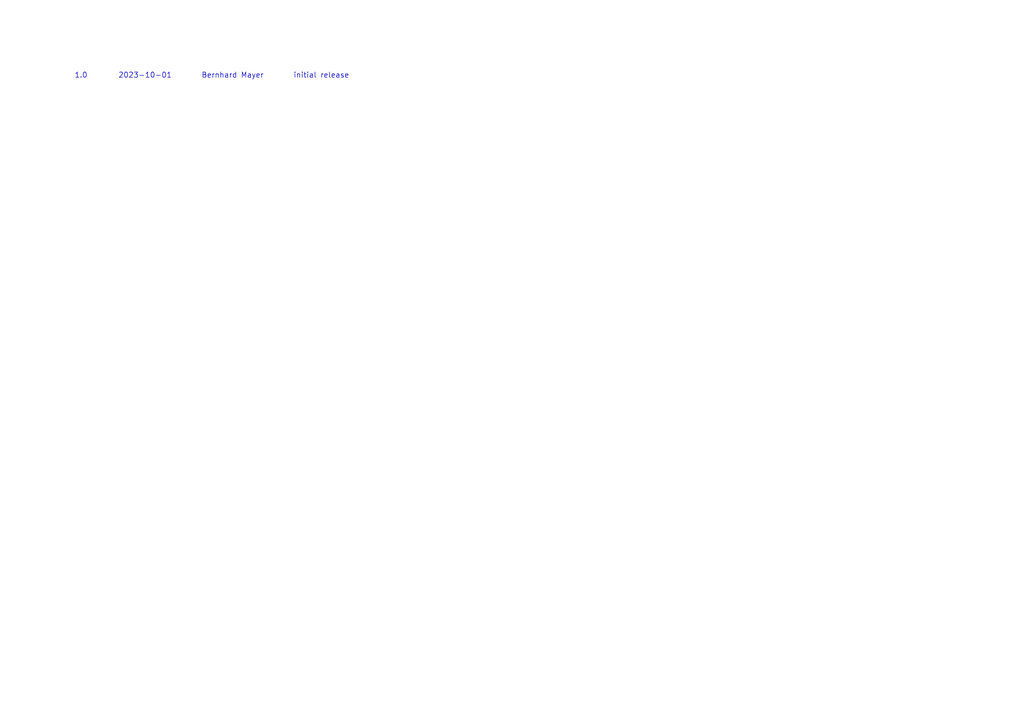
<source format=kicad_sch>
(kicad_sch (version 20211123) (generator eeschema)
  (paper "A4")
  (title_block (title "CyphalRobotController07/CAN") (date "2023-10-01") (rev "0.1") (company "generationmake"))
  (lib_symbols)
  (text "2023-10-01" (at 34.29 22.86 0) (effects (font (size 1.524 1.524)) (justify left bottom)))
  (text "1.0" (at 21.59 22.86 0) (effects (font (size 1.524 1.524)) (justify left bottom)))
  (text "initial release" (at 85.09 22.86 0) (effects (font (size 1.524 1.524)) (justify left bottom)))
  (text "Bernhard Mayer" (at 58.42 22.86 0) (effects (font (size 1.524 1.524)) (justify left bottom)))
)
</source>
